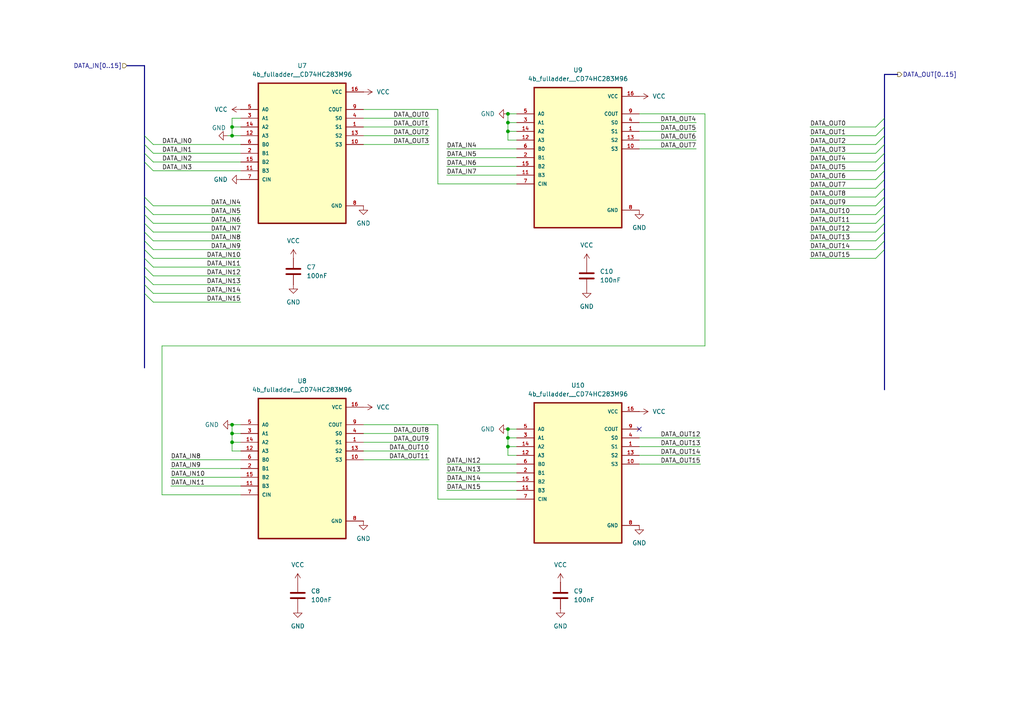
<source format=kicad_sch>
(kicad_sch (version 20250114) (generator "eeschema") (generator_version "9.0")
  (paper "A4")
  (title_block (title "ADDER"))
  (lib_symbols
    (symbol "Device:C" (pin_numbers (hide yes)) (pin_names (offset 0.254))
      (property "Reference" "C" (at 0.635 2.54 0))
      (property "Value" "C" (at 0.635 -2.54 0))
      (symbol "C_0_1"
        (polyline (pts (xy -2.032 0.762) (xy 2.032 0.762)) (stroke (width 0.508)))
        (polyline (pts (xy -2.032 -0.762) (xy 2.032 -0.762)) (stroke (width 0.508)))
      )
      (symbol "C_1_1"
        (pin passive line (at 0 3.81 270) (length 2.794) (name "~") (number "1"))
        (pin passive line (at 0 -3.81 90) (length 2.794) (name "~") (number "2"))
      )
    )
    (symbol "mALUch_lib:4b_fulladder__CD74HC283M96" (pin_names (offset 1.016))
      (property "Reference" "U" (at -12.7 21.32 0))
      (property "Value" "4b_fulladder__CD74HC283M96" (at -12.7 -24.32 0))
      (symbol "4b_fulladder__CD74HC283M96_0_0"
        (rectangle (start -12.7 -20.32) (end 12.7 20.32) (stroke (width 0.41)) (fill (type background)))
        (pin input line (at -17.78 12.7 0) (length 5.08) (name "A0") (number "5"))
        (pin input line (at -17.78 10.16 0) (length 5.08) (name "A1") (number "3"))
        (pin input line (at -17.78 7.62 0) (length 5.08) (name "A2") (number "14"))
        (pin input line (at -17.78 5.08 0) (length 5.08) (name "A3") (number "12"))
        (pin input line (at -17.78 2.54 0) (length 5.08) (name "B0") (number "6"))
        (pin input line (at -17.78 0 0) (length 5.08) (name "B1") (number "2"))
        (pin input line (at -17.78 -2.54 0) (length 5.08) (name "B2") (number "15"))
        (pin input line (at -17.78 -5.08 0) (length 5.08) (name "B3") (number "11"))
        (pin input line (at -17.78 -7.62 0) (length 5.08) (name "CIN") (number "7"))
        (pin power_in line (at 17.78 17.78 180) (length 5.08) (name "VCC") (number "16"))
        (pin output line (at 17.78 12.7 180) (length 5.08) (name "COUT") (number "9"))
        (pin output line (at 17.78 10.16 180) (length 5.08) (name "S0") (number "4"))
        (pin output line (at 17.78 7.62 180) (length 5.08) (name "S1") (number "1"))
        (pin output line (at 17.78 5.08 180) (length 5.08) (name "S2") (number "13"))
        (pin output line (at 17.78 2.54 180) (length 5.08) (name "S3") (number "10"))
        (pin power_in line (at 17.78 -15.24 180) (length 5.08) (name "GND") (number "8"))
      )
    )
    (symbol "power:GND" (power) (pin_numbers (hide yes)) (pin_names (offset 0) (hide yes))
      (property "Value" "GND" (at 0 -3.81 0))
      (symbol "GND_0_1"
        (polyline (pts (xy 0 0) (xy 0 -1.27) (xy 1.27 -1.27) (xy 0 -2.54) (xy -1.27 -1.27) (xy 0 -1.27)))
      )
      (symbol "GND_1_1"
        (pin power_in line (at 0 0 270) (length 0) (name "~") (number "1"))
      )
    )
    (symbol "power:VCC" (power) (pin_numbers (hide yes)) (pin_names (offset 0) (hide yes))
      (property "Value" "VCC" (at 0 3.556 0))
      (symbol "VCC_0_1"
        (polyline (pts (xy -0.762 1.27) (xy 0 2.54)))
        (polyline (pts (xy 0 2.54) (xy 0.762 1.27)))
        (polyline (pts (xy 0 0) (xy 0 2.54)))
      )
      (symbol "VCC_1_1"
        (pin power_in line (at 0 0 90) (length 0) (name "~") (number "1"))
      )
    )
  )
  (junction (at 147.32 124.46))
  (junction (at 147.32 33.02))
  (junction (at 147.32 38.1))
  (junction (at 147.32 35.56))
  (junction (at 147.32 129.54))
  (junction (at 67.31 39.37))
  (junction (at 67.31 128.27))
  (junction (at 67.31 36.83))
  (junction (at 67.31 125.73))
  (junction (at 147.32 127))
  (junction (at 67.31 123.19))
  (no_connect (at 185.42 124.46))
  (bus_entry (at 41.91 39.37) (size 2.54 2.54))
  (bus_entry (at 256.54 64.77) (size -2.54 2.54))
  (bus_entry (at 256.54 52.07) (size -2.54 2.54))
  (bus_entry (at 41.91 69.85) (size 2.54 2.54))
  (bus_entry (at 256.54 72.39) (size -2.54 2.54))
  (bus_entry (at 41.91 62.23) (size 2.54 2.54))
  (bus_entry (at 41.91 74.93) (size 2.54 2.54))
  (bus_entry (at 41.91 67.31) (size 2.54 2.54))
  (bus_entry (at 256.54 69.85) (size -2.54 2.54))
  (bus_entry (at 41.91 82.55) (size 2.54 2.54))
  (bus_entry (at 256.54 41.91) (size -2.54 2.54))
  (bus_entry (at 41.91 59.69) (size 2.54 2.54))
  (bus_entry (at 256.54 54.61) (size -2.54 2.54))
  (bus_entry (at 256.54 67.31) (size -2.54 2.54))
  (bus_entry (at 256.54 46.99) (size -2.54 2.54))
  (bus_entry (at 41.91 44.45) (size 2.54 2.54))
  (bus_entry (at 41.91 41.91) (size 2.54 2.54))
  (bus_entry (at 41.91 57.15) (size 2.54 2.54))
  (bus_entry (at 41.91 85.09) (size 2.54 2.54))
  (bus_entry (at 256.54 57.15) (size -2.54 2.54))
  (bus_entry (at 41.91 72.39) (size 2.54 2.54))
  (bus_entry (at 41.91 46.99) (size 2.54 2.54))
  (bus_entry (at 41.91 80.01) (size 2.54 2.54))
  (bus_entry (at 41.91 64.77) (size 2.54 2.54))
  (bus_entry (at 256.54 39.37) (size -2.54 2.54))
  (bus_entry (at 256.54 49.53) (size -2.54 2.54))
  (bus_entry (at 256.54 44.45) (size -2.54 2.54))
  (bus_entry (at 256.54 59.69) (size -2.54 2.54))
  (bus_entry (at 41.91 77.47) (size 2.54 2.54))
  (bus_entry (at 256.54 34.29) (size -2.54 2.54))
  (bus_entry (at 256.54 62.23) (size -2.54 2.54))
  (bus_entry (at 256.54 36.83) (size -2.54 2.54))
  (wire (pts (xy 147.32 127) (xy 149.86 127)))
  (wire (pts (xy 69.85 123.19) (xy 67.31 123.19)))
  (wire (pts (xy 44.45 72.39) (xy 69.85 72.39)))
  (wire (pts (xy 147.32 33.02) (xy 147.32 35.56)))
  (wire (pts (xy 127 123.19) (xy 127 144.78)))
  (wire (pts (xy 49.53 135.89) (xy 69.85 135.89)))
  (bus (pts (xy 256.54 36.83) (xy 256.54 39.37)))
  (wire (pts (xy 129.54 45.72) (xy 149.86 45.72)))
  (wire (pts (xy 105.41 41.91) (xy 124.46 41.91)))
  (wire (pts (xy 44.45 77.47) (xy 69.85 77.47)))
  (wire (pts (xy 105.41 133.35) (xy 124.46 133.35)))
  (bus (pts (xy 41.91 85.09) (xy 41.91 106.68)))
  (wire (pts (xy 185.42 35.56) (xy 201.93 35.56)))
  (bus (pts (xy 256.54 41.91) (xy 256.54 44.45)))
  (wire (pts (xy 185.42 132.08) (xy 203.2 132.08)))
  (wire (pts (xy 44.45 80.01) (xy 69.85 80.01)))
  (wire (pts (xy 67.31 123.19) (xy 67.31 125.73)))
  (wire (pts (xy 105.41 125.73) (xy 124.46 125.73)))
  (bus (pts (xy 256.54 21.59) (xy 256.54 34.29)))
  (bus (pts (xy 41.91 44.45) (xy 41.91 46.99)))
  (wire (pts (xy 44.45 74.93) (xy 69.85 74.93)))
  (wire (pts (xy 129.54 50.8) (xy 149.86 50.8)))
  (wire (pts (xy 185.42 43.18) (xy 201.93 43.18)))
  (wire (pts (xy 129.54 134.62) (xy 149.86 134.62)))
  (bus (pts (xy 41.91 46.99) (xy 41.91 57.15)))
  (wire (pts (xy 69.85 34.29) (xy 67.31 34.29)))
  (wire (pts (xy 129.54 139.7) (xy 149.86 139.7)))
  (bus (pts (xy 41.91 19.05) (xy 41.91 39.37)))
  (wire (pts (xy 234.95 36.83) (xy 254 36.83)))
  (wire (pts (xy 234.95 49.53) (xy 254 49.53)))
  (wire (pts (xy 67.31 34.29) (xy 67.31 36.83)))
  (bus (pts (xy 41.91 72.39) (xy 41.91 74.93)))
  (bus (pts (xy 41.91 41.91) (xy 41.91 44.45)))
  (wire (pts (xy 147.32 40.64) (xy 149.86 40.64)))
  (wire (pts (xy 67.31 130.81) (xy 69.85 130.81)))
  (wire (pts (xy 234.95 74.93) (xy 254 74.93)))
  (wire (pts (xy 185.42 127) (xy 203.2 127)))
  (wire (pts (xy 46.99 100.33) (xy 46.99 143.51)))
  (bus (pts (xy 41.91 39.37) (xy 41.91 41.91)))
  (wire (pts (xy 234.95 46.99) (xy 254 46.99)))
  (bus (pts (xy 41.91 64.77) (xy 41.91 67.31)))
  (wire (pts (xy 44.45 67.31) (xy 69.85 67.31)))
  (wire (pts (xy 105.41 36.83) (xy 124.46 36.83)))
  (wire (pts (xy 129.54 43.18) (xy 149.86 43.18)))
  (wire (pts (xy 44.45 82.55) (xy 69.85 82.55)))
  (wire (pts (xy 44.45 87.63) (xy 69.85 87.63)))
  (wire (pts (xy 44.45 62.23) (xy 69.85 62.23)))
  (wire (pts (xy 234.95 44.45) (xy 254 44.45)))
  (bus (pts (xy 41.91 62.23) (xy 41.91 64.77)))
  (bus (pts (xy 256.54 67.31) (xy 256.54 69.85)))
  (wire (pts (xy 147.32 129.54) (xy 149.86 129.54)))
  (wire (pts (xy 46.99 143.51) (xy 69.85 143.51)))
  (wire (pts (xy 44.45 41.91) (xy 69.85 41.91)))
  (wire (pts (xy 234.95 59.69) (xy 254 59.69)))
  (wire (pts (xy 234.95 41.91) (xy 254 41.91)))
  (wire (pts (xy 234.95 72.39) (xy 254 72.39)))
  (bus (pts (xy 256.54 46.99) (xy 256.54 49.53)))
  (wire (pts (xy 67.31 36.83) (xy 67.31 39.37)))
  (wire (pts (xy 147.32 35.56) (xy 147.32 38.1)))
  (wire (pts (xy 234.95 54.61) (xy 254 54.61)))
  (wire (pts (xy 67.31 125.73) (xy 67.31 128.27)))
  (wire (pts (xy 234.95 57.15) (xy 254 57.15)))
  (wire (pts (xy 204.47 33.02) (xy 204.47 100.33)))
  (wire (pts (xy 44.45 49.53) (xy 69.85 49.53)))
  (bus (pts (xy 256.54 62.23) (xy 256.54 64.77)))
  (wire (pts (xy 185.42 33.02) (xy 204.47 33.02)))
  (wire (pts (xy 49.53 133.35) (xy 69.85 133.35)))
  (wire (pts (xy 44.45 59.69) (xy 69.85 59.69)))
  (wire (pts (xy 67.31 125.73) (xy 69.85 125.73)))
  (wire (pts (xy 105.41 130.81) (xy 124.46 130.81)))
  (bus (pts (xy 36.83 19.05) (xy 41.91 19.05)))
  (wire (pts (xy 129.54 137.16) (xy 149.86 137.16)))
  (bus (pts (xy 256.54 21.59) (xy 260.35 21.59)))
  (wire (pts (xy 147.32 124.46) (xy 147.32 127)))
  (wire (pts (xy 147.32 127) (xy 147.32 129.54)))
  (wire (pts (xy 149.86 124.46) (xy 147.32 124.46)))
  (wire (pts (xy 234.95 64.77) (xy 254 64.77)))
  (wire (pts (xy 185.42 129.54) (xy 203.2 129.54)))
  (wire (pts (xy 129.54 142.24) (xy 149.86 142.24)))
  (wire (pts (xy 234.95 67.31) (xy 254 67.31)))
  (wire (pts (xy 44.45 44.45) (xy 69.85 44.45)))
  (bus (pts (xy 256.54 34.29) (xy 256.54 36.83)))
  (wire (pts (xy 49.53 138.43) (xy 69.85 138.43)))
  (wire (pts (xy 234.95 39.37) (xy 254 39.37)))
  (wire (pts (xy 185.42 40.64) (xy 201.93 40.64)))
  (wire (pts (xy 44.45 46.99) (xy 69.85 46.99)))
  (wire (pts (xy 66.04 39.37) (xy 67.31 39.37)))
  (bus (pts (xy 256.54 44.45) (xy 256.54 46.99)))
  (wire (pts (xy 127 31.75) (xy 127 53.34)))
  (wire (pts (xy 105.41 128.27) (xy 124.46 128.27)))
  (bus (pts (xy 41.91 77.47) (xy 41.91 80.01)))
  (bus (pts (xy 256.54 64.77) (xy 256.54 67.31)))
  (wire (pts (xy 67.31 128.27) (xy 69.85 128.27)))
  (wire (pts (xy 44.45 85.09) (xy 69.85 85.09)))
  (wire (pts (xy 147.32 38.1) (xy 149.86 38.1)))
  (wire (pts (xy 147.32 38.1) (xy 147.32 40.64)))
  (wire (pts (xy 67.31 36.83) (xy 69.85 36.83)))
  (bus (pts (xy 256.54 49.53) (xy 256.54 52.07)))
  (bus (pts (xy 41.91 59.69) (xy 41.91 62.23)))
  (wire (pts (xy 129.54 48.26) (xy 149.86 48.26)))
  (bus (pts (xy 256.54 52.07) (xy 256.54 54.61)))
  (bus (pts (xy 256.54 57.15) (xy 256.54 59.69)))
  (bus (pts (xy 41.91 80.01) (xy 41.91 82.55)))
  (bus (pts (xy 256.54 54.61) (xy 256.54 57.15)))
  (bus (pts (xy 256.54 59.69) (xy 256.54 62.23)))
  (bus (pts (xy 41.91 67.31) (xy 41.91 69.85)))
  (bus (pts (xy 256.54 39.37) (xy 256.54 41.91)))
  (wire (pts (xy 127 53.34) (xy 149.86 53.34)))
  (wire (pts (xy 105.41 31.75) (xy 127 31.75)))
  (wire (pts (xy 44.45 64.77) (xy 69.85 64.77)))
  (wire (pts (xy 105.41 34.29) (xy 124.46 34.29)))
  (wire (pts (xy 44.45 69.85) (xy 69.85 69.85)))
  (bus (pts (xy 41.91 69.85) (xy 41.91 72.39)))
  (bus (pts (xy 256.54 72.39) (xy 256.54 113.03)))
  (wire (pts (xy 105.41 39.37) (xy 124.46 39.37)))
  (wire (pts (xy 67.31 39.37) (xy 69.85 39.37)))
  (wire (pts (xy 185.42 38.1) (xy 201.93 38.1)))
  (wire (pts (xy 185.42 134.62) (xy 203.2 134.62)))
  (bus (pts (xy 41.91 82.55) (xy 41.91 85.09)))
  (wire (pts (xy 204.47 100.33) (xy 46.99 100.33)))
  (wire (pts (xy 147.32 129.54) (xy 147.32 132.08)))
  (wire (pts (xy 234.95 69.85) (xy 254 69.85)))
  (bus (pts (xy 256.54 69.85) (xy 256.54 72.39)))
  (wire (pts (xy 105.41 123.19) (xy 127 123.19)))
  (wire (pts (xy 67.31 128.27) (xy 67.31 130.81)))
  (bus (pts (xy 41.91 57.15) (xy 41.91 59.69)))
  (wire (pts (xy 234.95 52.07) (xy 254 52.07)))
  (wire (pts (xy 147.32 132.08) (xy 149.86 132.08)))
  (wire (pts (xy 49.53 140.97) (xy 69.85 140.97)))
  (wire (pts (xy 149.86 33.02) (xy 147.32 33.02)))
  (wire (pts (xy 234.95 62.23) (xy 254 62.23)))
  (wire (pts (xy 147.32 35.56) (xy 149.86 35.56)))
  (wire (pts (xy 127 144.78) (xy 149.86 144.78)))
  (bus (pts (xy 41.91 74.93) (xy 41.91 77.47)))
  (label "DATA_OUT11" (at 234.95 64.77 0))
  (label "DATA_IN5" (at 69.85 62.23 180))
  (label "DATA_IN7" (at 69.85 67.31 180))
  (label "DATA_OUT1" (at 124.46 36.83 180))
  (label "DATA_OUT9" (at 124.46 128.27 180))
  (label "DATA_IN9" (at 49.53 135.89 0))
  (label "DATA_OUT0" (at 234.95 36.83 0))
  (label "DATA_IN11" (at 49.53 140.97 0))
  (label "DATA_IN7" (at 129.54 50.8 0))
  (label "DATA_OUT7" (at 201.93 43.18 180))
  (label "DATA_OUT6" (at 201.93 40.64 180))
  (label "DATA_IN12" (at 129.54 134.62 0))
  (label "DATA_IN11" (at 69.85 77.47 180))
  (label "DATA_OUT9" (at 234.95 59.69 0))
  (label "DATA_OUT8" (at 234.95 57.15 0))
  (label "DATA_OUT14" (at 234.95 72.39 0))
  (label "DATA_OUT14" (at 203.2 132.08 180))
  (label "DATA_IN4" (at 69.85 59.69 180))
  (label "DATA_IN13" (at 69.85 82.55 180))
  (label "DATA_IN4" (at 129.54 43.18 0))
  (label "DATA_OUT10" (at 234.95 62.23 0))
  (label "DATA_IN15" (at 129.54 142.24 0))
  (label "DATA_IN6" (at 69.85 64.77 180))
  (label "DATA_OUT3" (at 124.46 41.91 180))
  (label "DATA_IN10" (at 49.53 138.43 0))
  (label "DATA_OUT1" (at 234.95 39.37 0))
  (label "DATA_OUT11" (at 124.46 133.35 180))
  (label "DATA_IN8" (at 49.53 133.35 0))
  (label "DATA_IN14" (at 129.54 139.7 0))
  (label "DATA_IN14" (at 69.85 85.09 180))
  (label "DATA_OUT12" (at 234.95 67.31 0))
  (label "DATA_OUT7" (at 234.95 54.61 0))
  (label "DATA_OUT13" (at 203.2 129.54 180))
  (label "DATA_IN3" (at 46.99 49.53 0))
  (label "DATA_OUT15" (at 234.95 74.93 0))
  (label "DATA_OUT8" (at 124.46 125.73 180))
  (label "DATA_OUT4" (at 201.93 35.56 180))
  (label "DATA_OUT5" (at 234.95 49.53 0))
  (label "DATA_IN13" (at 129.54 137.16 0))
  (label "DATA_IN2" (at 46.99 46.99 0))
  (label "DATA_OUT6" (at 234.95 52.07 0))
  (label "DATA_OUT2" (at 234.95 41.91 0))
  (label "DATA_IN1" (at 46.99 44.45 0))
  (label "DATA_IN10" (at 69.85 74.93 180))
  (label "DATA_OUT3" (at 234.95 44.45 0))
  (label "DATA_IN15" (at 69.85 87.63 180))
  (label "DATA_OUT5" (at 201.93 38.1 180))
  (label "DATA_OUT0" (at 124.46 34.29 180))
  (label "DATA_OUT2" (at 124.46 39.37 180))
  (label "DATA_OUT15" (at 203.2 134.62 180))
  (label "DATA_OUT12" (at 203.2 127 180))
  (label "DATA_IN12" (at 69.85 80.01 180))
  (label "DATA_IN8" (at 69.85 69.85 180))
  (label "DATA_IN9" (at 69.85 72.39 180))
  (label "DATA_IN0" (at 46.99 41.91 0))
  (label "DATA_OUT13" (at 234.95 69.85 0))
  (label "DATA_IN5" (at 129.54 45.72 0))
  (label "DATA_OUT10" (at 124.46 130.81 180))
  (label "DATA_IN6" (at 129.54 48.26 0))
  (label "DATA_OUT4" (at 234.95 46.99 0))
  (hierarchical_label "DATA_OUT[0..15]" (shape output) (at 260.35 21.59 0))
  (hierarchical_label "DATA_IN[0..15]" (shape input) (at 36.83 19.05 180))
  (symbol (lib_id "power:GND") (at 185.42 152.4 0) (unit 1)
    (property "Reference" "#PWR056" (effects (hide yes)))
    (property "Value" "GND" (at 185.42 157.48 0))
    (property "Description" "Power symbol creates a global label with name \"GND\" , ground" (effects (hide yes)))
  )
  (symbol (lib_id "power:GND") (at 67.31 123.19 270) (unit 1)
    (property "Reference" "#PWR036" (effects (hide yes)))
    (property "Value" "GND" (at 63.5 123.1899 90) (effects (justify right)))
    (property "Description" "Power symbol creates a global label with name \"GND\" , ground" (effects (hide yes)))
  )
  (symbol (lib_id "power:VCC") (at 185.42 119.38 270) (unit 1)
    (property "Reference" "#PWR055" (effects (hide yes)))
    (property "Value" "VCC" (at 189.23 119.3799 90) (effects (justify left)))
    (property "Description" "Power symbol creates a global label with name \"VCC\"" (effects (hide yes)))
  )
  (symbol (lib_id "power:GND") (at 85.09 82.55 0) (unit 1)
    (property "Reference" "#PWR040" (effects (hide yes)))
    (property "Value" "GND" (at 85.09 87.63 0))
    (property "Description" "Power symbol creates a global label with name \"GND\" , ground" (effects (hide yes)))
  )
  (symbol (lib_id "mALUch_lib:4b_fulladder__CD74HC283M96") (at 167.64 45.72 0) (unit 1)
    (property "Reference" "U9" (at 167.64 20.32 0))
    (property "Value" "4b_fulladder__CD74HC283M96" (at 167.64 22.86 0))
    (property "Footprint" "mALUch_lib:CD_SOIC127P600X175-16N" (effects (hide yes)))
    (property "MF" "Texas Instruments" (effects (hide yes)))
    (property "Description_1" "High Speed CMOS Logic 4-Bit Binary Full Adder with Fast Carry" (effects (hide yes)))
    (property "Package" "SOIC-16 Texas Instruments" (effects (hide yes)))
    (property "Price" "None" (effects (hide yes)))
    (property "Check_prices" "https://www.snapeda.com/parts/CD74HC283M96/Texas+Instruments/view-part/?ref=eda" (effects (hide yes)))
    (property "SnapEDA_Link" "https://www.snapeda.com/parts/CD74HC283M96/Texas+Instruments/view-part/?ref=snap" (effects (hide yes)))
    (property "MP" "CD74HC283M96" (effects (hide yes)))
    (property "Availability" "In Stock" (effects (hide yes)))
    (property "Manufacturer" "Texas Instruments" (effects (hide yes)))
  )
  (symbol (lib_id "power:GND") (at 105.41 151.13 0) (unit 1)
    (property "Reference" "#PWR046" (effects (hide yes)))
    (property "Value" "GND" (at 105.41 156.21 0))
    (property "Description" "Power symbol creates a global label with name \"GND\" , ground" (effects (hide yes)))
  )
  (symbol (lib_id "power:GND") (at 66.04 39.37 270) (unit 1)
    (property "Reference" "#PWR035" (effects (hide yes)))
    (property "Value" "GND" (at 65.532 37.084 90) (effects (justify right)))
    (property "Description" "Power symbol creates a global label with name \"GND\" , ground" (effects (hide yes)))
  )
  (symbol (lib_id "mALUch_lib:4b_fulladder__CD74HC283M96") (at 87.63 135.89 0) (unit 1)
    (property "Reference" "U8" (at 87.63 110.49 0))
    (property "Value" "4b_fulladder__CD74HC283M96" (at 87.63 113.03 0))
    (property "Footprint" "mALUch_lib:CD_SOIC127P600X175-16N" (effects (hide yes)))
    (property "MF" "Texas Instruments" (effects (hide yes)))
    (property "Description_1" "High Speed CMOS Logic 4-Bit Binary Full Adder with Fast Carry" (effects (hide yes)))
    (property "Package" "SOIC-16 Texas Instruments" (effects (hide yes)))
    (property "Price" "None" (effects (hide yes)))
    (property "Check_prices" "https://www.snapeda.com/parts/CD74HC283M96/Texas+Instruments/view-part/?ref=eda" (effects (hide yes)))
    (property "SnapEDA_Link" "https://www.snapeda.com/parts/CD74HC283M96/Texas+Instruments/view-part/?ref=snap" (effects (hide yes)))
    (property "MP" "CD74HC283M96" (effects (hide yes)))
    (property "Availability" "In Stock" (effects (hide yes)))
    (property "Manufacturer" "Texas Instruments" (effects (hide yes)))
  )
  (symbol (lib_id "power:VCC") (at 86.36 168.91 0) (unit 1)
    (property "Reference" "#PWR041" (effects (hide yes)))
    (property "Value" "VCC" (at 86.36 163.83 0))
    (property "Description" "Power symbol creates a global label with name \"VCC\"" (effects (hide yes)))
  )
  (symbol (lib_id "power:GND") (at 69.85 52.07 270) (unit 1)
    (property "Reference" "#PWR038" (effects (hide yes)))
    (property "Value" "GND" (at 66.04 52.0699 90) (effects (justify right)))
    (property "Description" "Power symbol creates a global label with name \"GND\" , ground" (effects (hide yes)))
  )
  (symbol (lib_id "mALUch_lib:4b_fulladder__CD74HC283M96") (at 167.64 137.16 0) (unit 1)
    (property "Reference" "U10" (at 167.64 111.76 0))
    (property "Value" "4b_fulladder__CD74HC283M96" (at 167.64 114.3 0))
    (property "Footprint" "mALUch_lib:CD_SOIC127P600X175-16N" (effects (hide yes)))
    (property "MF" "Texas Instruments" (effects (hide yes)))
    (property "Description_1" "High Speed CMOS Logic 4-Bit Binary Full Adder with Fast Carry" (effects (hide yes)))
    (property "Package" "SOIC-16 Texas Instruments" (effects (hide yes)))
    (property "Price" "None" (effects (hide yes)))
    (property "Check_prices" "https://www.snapeda.com/parts/CD74HC283M96/Texas+Instruments/view-part/?ref=eda" (effects (hide yes)))
    (property "SnapEDA_Link" "https://www.snapeda.com/parts/CD74HC283M96/Texas+Instruments/view-part/?ref=snap" (effects (hide yes)))
    (property "MP" "CD74HC283M96" (effects (hide yes)))
    (property "Availability" "In Stock" (effects (hide yes)))
    (property "Manufacturer" "Texas Instruments" (effects (hide yes)))
  )
  (symbol (lib_id "Device:C") (at 162.56 172.72 180) (unit 1)
    (property "Reference" "C9" (at 166.37 171.4499 0) (effects (justify right)))
    (property "Value" "100nF" (at 166.37 173.9899 0) (effects (justify right)))
    (property "Description" "Unpolarized capacitor" (effects (hide yes)))
  )
  (symbol (lib_id "power:GND") (at 147.32 124.46 270) (unit 1)
    (property "Reference" "#PWR048" (effects (hide yes)))
    (property "Value" "GND" (at 143.51 124.4599 90) (effects (justify right)))
    (property "Description" "Power symbol creates a global label with name \"GND\" , ground" (effects (hide yes)))
  )
  (symbol (lib_id "power:VCC") (at 105.41 118.11 270) (unit 1)
    (property "Reference" "#PWR045" (effects (hide yes)))
    (property "Value" "VCC" (at 109.22 118.1099 90) (effects (justify left)))
    (property "Description" "Power symbol creates a global label with name \"VCC\"" (effects (hide yes)))
  )
  (symbol (lib_id "power:VCC") (at 105.41 26.67 270) (unit 1)
    (property "Reference" "#PWR043" (effects (hide yes)))
    (property "Value" "VCC" (at 109.22 26.6699 90) (effects (justify left)))
    (property "Description" "Power symbol creates a global label with name \"VCC\"" (effects (hide yes)))
  )
  (symbol (lib_id "power:GND") (at 170.18 83.82 0) (unit 1)
    (property "Reference" "#PWR052" (effects (hide yes)))
    (property "Value" "GND" (at 170.18 88.9 0))
    (property "Description" "Power symbol creates a global label with name \"GND\" , ground" (effects (hide yes)))
  )
  (symbol (lib_id "power:VCC") (at 185.42 27.94 270) (unit 1)
    (property "Reference" "#PWR053" (effects (hide yes)))
    (property "Value" "VCC" (at 189.23 27.9399 90) (effects (justify left)))
    (property "Description" "Power symbol creates a global label with name \"VCC\"" (effects (hide yes)))
  )
  (symbol (lib_id "Device:C") (at 85.09 78.74 180) (unit 1)
    (property "Reference" "C7" (at 88.9 77.4699 0) (effects (justify right)))
    (property "Value" "100nF" (at 88.9 80.0099 0) (effects (justify right)))
    (property "Description" "Unpolarized capacitor" (effects (hide yes)))
  )
  (symbol (lib_id "power:VCC") (at 170.18 76.2 0) (unit 1)
    (property "Reference" "#PWR051" (effects (hide yes)))
    (property "Value" "VCC" (at 170.18 71.12 0))
    (property "Description" "Power symbol creates a global label with name \"VCC\"" (effects (hide yes)))
  )
  (symbol (lib_id "Device:C") (at 86.36 172.72 180) (unit 1)
    (property "Reference" "C8" (at 90.17 171.4499 0) (effects (justify right)))
    (property "Value" "100nF" (at 90.17 173.9899 0) (effects (justify right)))
    (property "Description" "Unpolarized capacitor" (effects (hide yes)))
  )
  (symbol (lib_id "power:GND") (at 105.41 59.69 0) (unit 1)
    (property "Reference" "#PWR044" (effects (hide yes)))
    (property "Value" "GND" (at 105.41 64.77 0))
    (property "Description" "Power symbol creates a global label with name \"GND\" , ground" (effects (hide yes)))
  )
  (symbol (lib_id "power:GND") (at 147.32 33.02 270) (unit 1)
    (property "Reference" "#PWR047" (effects (hide yes)))
    (property "Value" "GND" (at 143.51 33.0199 90) (effects (justify right)))
    (property "Description" "Power symbol creates a global label with name \"GND\" , ground" (effects (hide yes)))
  )
  (symbol (lib_id "power:GND") (at 185.42 60.96 0) (unit 1)
    (property "Reference" "#PWR054" (effects (hide yes)))
    (property "Value" "GND" (at 185.42 66.04 0))
    (property "Description" "Power symbol creates a global label with name \"GND\" , ground" (effects (hide yes)))
  )
  (symbol (lib_id "power:VCC") (at 162.56 168.91 0) (unit 1)
    (property "Reference" "#PWR049" (effects (hide yes)))
    (property "Value" "VCC" (at 162.56 163.83 0))
    (property "Description" "Power symbol creates a global label with name \"VCC\"" (effects (hide yes)))
  )
  (symbol (lib_id "power:VCC") (at 69.85 31.75 90) (unit 1)
    (property "Reference" "#PWR037" (effects (hide yes)))
    (property "Value" "VCC" (at 66.04 31.7499 90) (effects (justify left)))
    (property "Description" "Power symbol creates a global label with name \"VCC\"" (effects (hide yes)))
  )
  (symbol (lib_id "Device:C") (at 170.18 80.01 180) (unit 1)
    (property "Reference" "C10" (at 173.99 78.7399 0) (effects (justify right)))
    (property "Value" "100nF" (at 173.99 81.2799 0) (effects (justify right)))
    (property "Description" "Unpolarized capacitor" (effects (hide yes)))
  )
  (symbol (lib_id "power:VCC") (at 85.09 74.93 0) (unit 1)
    (property "Reference" "#PWR039" (effects (hide yes)))
    (property "Value" "VCC" (at 85.09 69.85 0))
    (property "Description" "Power symbol creates a global label with name \"VCC\"" (effects (hide yes)))
  )
  (symbol (lib_id "power:GND") (at 162.56 176.53 0) (unit 1)
    (property "Reference" "#PWR050" (effects (hide yes)))
    (property "Value" "GND" (at 162.56 181.61 0))
    (property "Description" "Power symbol creates a global label with name \"GND\" , ground" (effects (hide yes)))
  )
  (symbol (lib_id "power:GND") (at 86.36 176.53 0) (unit 1)
    (property "Reference" "#PWR042" (effects (hide yes)))
    (property "Value" "GND" (at 86.36 181.61 0))
    (property "Description" "Power symbol creates a global label with name \"GND\" , ground" (effects (hide yes)))
  )
  (symbol (lib_id "mALUch_lib:4b_fulladder__CD74HC283M96") (at 87.63 44.45 0) (unit 1)
    (property "Reference" "U7" (at 87.63 19.05 0))
    (property "Value" "4b_fulladder__CD74HC283M96" (at 87.63 21.59 0))
    (property "Footprint" "mALUch_lib:CD_SOIC127P600X175-16N" (effects (hide yes)))
    (property "MF" "Texas Instruments" (effects (hide yes)))
    (property "Description_1" "High Speed CMOS Logic 4-Bit Binary Full Adder with Fast Carry" (effects (hide yes)))
    (property "Package" "SOIC-16 Texas Instruments" (effects (hide yes)))
    (property "Price" "None" (effects (hide yes)))
    (property "Check_prices" "https://www.snapeda.com/parts/CD74HC283M96/Texas+Instruments/view-part/?ref=eda" (effects (hide yes)))
    (property "SnapEDA_Link" "https://www.snapeda.com/parts/CD74HC283M96/Texas+Instruments/view-part/?ref=snap" (effects (hide yes)))
    (property "MP" "CD74HC283M96" (effects (hide yes)))
    (property "Availability" "In Stock" (effects (hide yes)))
    (property "Manufacturer" "Texas Instruments" (effects (hide yes)))
  )
)
</source>
